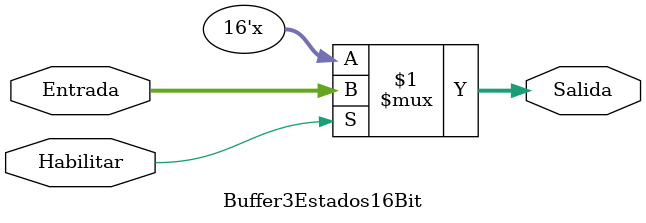
<source format=v>
module Buffer3Estados16Bit (/*AUTOARG*/
   // Outputs
   Salida,
   // Inputs
   Entrada, Habilitar
   ) ;
   output [15:0] Salida;
   input  [15:0] Entrada;
   input  Habilitar;

   assign Salida = (Habilitar) ? Entrada : 16'hz;
endmodule // Buffer3Estados16Bit

</source>
